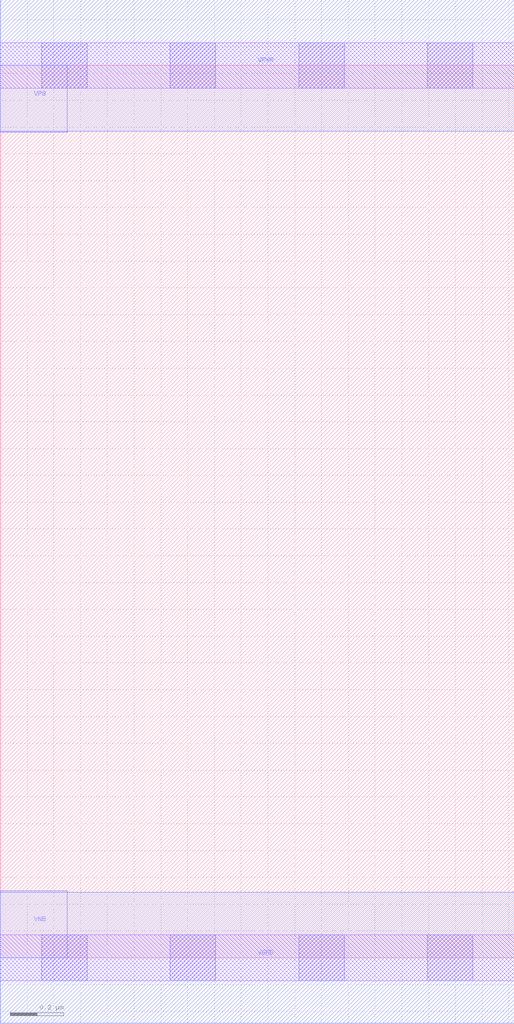
<source format=lef>
# Copyright 2020 The SkyWater PDK Authors
#
# Licensed under the Apache License, Version 2.0 (the "License");
# you may not use this file except in compliance with the License.
# You may obtain a copy of the License at
#
#     https://www.apache.org/licenses/LICENSE-2.0
#
# Unless required by applicable law or agreed to in writing, software
# distributed under the License is distributed on an "AS IS" BASIS,
# WITHOUT WARRANTIES OR CONDITIONS OF ANY KIND, either express or implied.
# See the License for the specific language governing permissions and
# limitations under the License.
#
# SPDX-License-Identifier: Apache-2.0

VERSION 5.5 ;
NAMESCASESENSITIVE ON ;
BUSBITCHARS "[]" ;
DIVIDERCHAR "/" ;
MACRO sky130_fd_sc_hs__fill_4
  CLASS CORE ;
  SOURCE USER ;
  ORIGIN  0.000000  0.000000 ;
  SIZE  1.920000 BY  3.330000 ;
  SYMMETRY X Y ;
  SITE unit ;
  PIN VGND
    DIRECTION INOUT ;
    USE GROUND ;
    PORT
      LAYER met1 ;
        RECT 0.000000 -0.245000 1.920000 0.245000 ;
    END
  END VGND
  PIN VNB
    DIRECTION INOUT ;
    USE GROUND ;
    PORT
      LAYER met1 ;
        RECT 0.000000 0.000000 0.250000 0.250000 ;
    END
  END VNB
  PIN VPB
    DIRECTION INOUT ;
    USE POWER ;
    PORT
      LAYER met1 ;
        RECT 0.000000 3.080000 0.250000 3.330000 ;
    END
  END VPB
  PIN VPWR
    DIRECTION INOUT ;
    USE POWER ;
    PORT
      LAYER met1 ;
        RECT 0.000000 3.085000 1.920000 3.575000 ;
    END
  END VPWR
  OBS
    LAYER li1 ;
      RECT 0.000000 -0.085000 1.920000 0.085000 ;
      RECT 0.000000  3.245000 1.920000 3.415000 ;
    LAYER mcon ;
      RECT 0.155000 -0.085000 0.325000 0.085000 ;
      RECT 0.155000  3.245000 0.325000 3.415000 ;
      RECT 0.635000 -0.085000 0.805000 0.085000 ;
      RECT 0.635000  3.245000 0.805000 3.415000 ;
      RECT 1.115000 -0.085000 1.285000 0.085000 ;
      RECT 1.115000  3.245000 1.285000 3.415000 ;
      RECT 1.595000 -0.085000 1.765000 0.085000 ;
      RECT 1.595000  3.245000 1.765000 3.415000 ;
  END
END sky130_fd_sc_hs__fill_4

</source>
